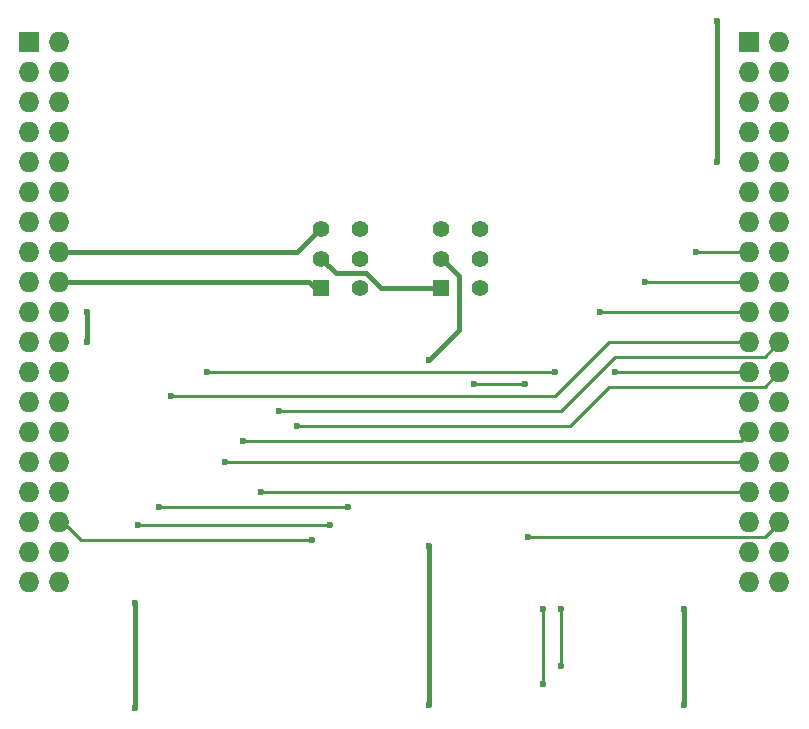
<source format=gbr>
G04 #@! TF.FileFunction,Copper,L2,Bot,Signal*
%FSLAX46Y46*%
G04 Gerber Fmt 4.6, Leading zero omitted, Abs format (unit mm)*
G04 Created by KiCad (PCBNEW 4.0.7) date Sat Mar 17 14:08:55 2018*
%MOMM*%
%LPD*%
G01*
G04 APERTURE LIST*
%ADD10C,0.100000*%
%ADD11R,1.727200X1.727200*%
%ADD12O,1.727200X1.727200*%
%ADD13R,1.400000X1.400000*%
%ADD14C,1.400000*%
%ADD15C,0.600000*%
%ADD16C,0.400000*%
%ADD17C,0.250000*%
G04 APERTURE END LIST*
D10*
D11*
X133250000Y-71240000D03*
D12*
X135790000Y-71240000D03*
X133250000Y-73780000D03*
X135790000Y-73780000D03*
X133250000Y-76320000D03*
X135790000Y-76320000D03*
X133250000Y-78860000D03*
X135790000Y-78860000D03*
X133250000Y-81400000D03*
X135790000Y-81400000D03*
X133250000Y-83940000D03*
X135790000Y-83940000D03*
X133250000Y-86480000D03*
X135790000Y-86480000D03*
X133250000Y-89020000D03*
X135790000Y-89020000D03*
X133250000Y-91560000D03*
X135790000Y-91560000D03*
X133250000Y-94100000D03*
X135790000Y-94100000D03*
X133250000Y-96640000D03*
X135790000Y-96640000D03*
X133250000Y-99180000D03*
X135790000Y-99180000D03*
X133250000Y-101720000D03*
X135790000Y-101720000D03*
X133250000Y-104260000D03*
X135790000Y-104260000D03*
X133250000Y-106800000D03*
X135790000Y-106800000D03*
X133250000Y-109340000D03*
X135790000Y-109340000D03*
X133250000Y-111880000D03*
X135790000Y-111880000D03*
X133250000Y-114420000D03*
X135790000Y-114420000D03*
X133250000Y-116960000D03*
X135790000Y-116960000D03*
D11*
X194210000Y-71240000D03*
D12*
X196750000Y-71240000D03*
X194210000Y-73780000D03*
X196750000Y-73780000D03*
X194210000Y-76320000D03*
X196750000Y-76320000D03*
X194210000Y-78860000D03*
X196750000Y-78860000D03*
X194210000Y-81400000D03*
X196750000Y-81400000D03*
X194210000Y-83940000D03*
X196750000Y-83940000D03*
X194210000Y-86480000D03*
X196750000Y-86480000D03*
X194210000Y-89020000D03*
X196750000Y-89020000D03*
X194210000Y-91560000D03*
X196750000Y-91560000D03*
X194210000Y-94100000D03*
X196750000Y-94100000D03*
X194210000Y-96640000D03*
X196750000Y-96640000D03*
X194210000Y-99180000D03*
X196750000Y-99180000D03*
X194210000Y-101720000D03*
X196750000Y-101720000D03*
X194210000Y-104260000D03*
X196750000Y-104260000D03*
X194210000Y-106800000D03*
X196750000Y-106800000D03*
X194210000Y-109340000D03*
X196750000Y-109340000D03*
X194210000Y-111880000D03*
X196750000Y-111880000D03*
X194210000Y-114420000D03*
X196750000Y-114420000D03*
X194210000Y-116960000D03*
X196750000Y-116960000D03*
D13*
X157940000Y-92060000D03*
D14*
X157940000Y-89560000D03*
X157940000Y-87060000D03*
X161240000Y-92060000D03*
X161240000Y-89560000D03*
X161240000Y-87060000D03*
D13*
X168100000Y-92060000D03*
D14*
X168100000Y-89560000D03*
X168100000Y-87060000D03*
X171400000Y-92060000D03*
X171400000Y-89560000D03*
X171400000Y-87060000D03*
D15*
X191468000Y-69454000D03*
X191468000Y-81392000D03*
X138128000Y-94092000D03*
X138128000Y-96632000D03*
X142192000Y-127620000D03*
X142192000Y-118730000D03*
X144224000Y-110602000D03*
X160226000Y-110602000D03*
X142446000Y-112126000D03*
X158702000Y-112126000D03*
X157178000Y-113396000D03*
X178260000Y-124064000D03*
X178260000Y-119238000D03*
X176736000Y-125588000D03*
X176736000Y-119238000D03*
X189690000Y-89012000D03*
X185372000Y-91552000D03*
X177752000Y-99172000D03*
X148288000Y-99172000D03*
X181562000Y-94092000D03*
X175212000Y-100188000D03*
X170894000Y-100188000D03*
X145240000Y-101204000D03*
X154384000Y-102474000D03*
X182832000Y-99172000D03*
X155908000Y-103744000D03*
X151336000Y-105014000D03*
X149812000Y-106792000D03*
X152860000Y-109332000D03*
X175466000Y-113142000D03*
X167084000Y-127366000D03*
X188674000Y-119238000D03*
X167084000Y-113904000D03*
X167084000Y-98156000D03*
X188674000Y-127366000D03*
D16*
X191468000Y-81392000D02*
X191468000Y-69454000D01*
X138128000Y-96632000D02*
X138128000Y-94092000D01*
X142192000Y-118730000D02*
X142192000Y-127620000D01*
X157940000Y-87060000D02*
X157860000Y-87060000D01*
X157860000Y-87060000D02*
X155900000Y-89020000D01*
X155900000Y-89020000D02*
X135790000Y-89020000D01*
X157940000Y-92060000D02*
X157432000Y-92060000D01*
X157432000Y-92060000D02*
X156932000Y-91560000D01*
X156932000Y-91560000D02*
X135790000Y-91560000D01*
D17*
X160226000Y-110602000D02*
X144224000Y-110602000D01*
X158702000Y-112126000D02*
X142446000Y-112126000D01*
X137620000Y-113396000D02*
X136104000Y-111880000D01*
X157178000Y-113396000D02*
X137620000Y-113396000D01*
X136104000Y-111880000D02*
X135790000Y-111880000D01*
X178260000Y-119238000D02*
X178260000Y-124064000D01*
X176736000Y-119238000D02*
X176736000Y-125588000D01*
X176736000Y-119238000D02*
X176736000Y-119238000D01*
X189698000Y-89020000D02*
X194210000Y-89020000D01*
X189690000Y-89012000D02*
X189698000Y-89020000D01*
X185380000Y-91560000D02*
X194210000Y-91560000D01*
X185372000Y-91552000D02*
X185380000Y-91560000D01*
X148288000Y-99172000D02*
X177752000Y-99172000D01*
X181570000Y-94100000D02*
X194210000Y-94100000D01*
X181562000Y-94092000D02*
X181570000Y-94100000D01*
X171148000Y-100188000D02*
X175212000Y-100188000D01*
X170894000Y-100188000D02*
X171148000Y-100188000D01*
X182324000Y-96632000D02*
X194202000Y-96632000D01*
X177752000Y-101204000D02*
X182324000Y-96632000D01*
X177244000Y-101204000D02*
X177752000Y-101204000D01*
X176736000Y-101204000D02*
X177244000Y-101204000D01*
X145240000Y-101204000D02*
X176736000Y-101204000D01*
X194202000Y-96632000D02*
X194210000Y-96640000D01*
X195488000Y-97902000D02*
X196750000Y-96640000D01*
X182832000Y-97902000D02*
X195488000Y-97902000D01*
X178260000Y-102474000D02*
X182832000Y-97902000D01*
X154384000Y-102474000D02*
X178260000Y-102474000D01*
X196750000Y-96938000D02*
X196750000Y-96640000D01*
X182840000Y-99180000D02*
X194210000Y-99180000D01*
X182832000Y-99172000D02*
X182840000Y-99180000D01*
X195488000Y-100442000D02*
X196750000Y-99180000D01*
X182324000Y-100442000D02*
X195488000Y-100442000D01*
X179022000Y-103744000D02*
X182324000Y-100442000D01*
X155908000Y-103744000D02*
X179022000Y-103744000D01*
X194262000Y-104252000D02*
X194202000Y-104252000D01*
X193500000Y-105014000D02*
X194262000Y-104252000D01*
X151336000Y-105014000D02*
X193500000Y-105014000D01*
X194202000Y-104252000D02*
X194210000Y-104260000D01*
X149820000Y-106800000D02*
X194210000Y-106800000D01*
X149812000Y-106792000D02*
X149820000Y-106800000D01*
X152868000Y-109340000D02*
X194210000Y-109340000D01*
X152860000Y-109332000D02*
X152868000Y-109340000D01*
X195532000Y-113142000D02*
X196750000Y-111924000D01*
X175466000Y-113142000D02*
X195532000Y-113142000D01*
X196750000Y-111924000D02*
X196750000Y-111880000D01*
D16*
X188674000Y-127366000D02*
X188674000Y-119238000D01*
X167084000Y-113904000D02*
X167084000Y-127366000D01*
X169624000Y-95616000D02*
X167084000Y-98156000D01*
X169624000Y-91044000D02*
X169624000Y-95616000D01*
X169624000Y-91044000D02*
X168140000Y-89560000D01*
X168100000Y-89560000D02*
X168140000Y-89560000D01*
X168100000Y-89560000D02*
X168100000Y-90028000D01*
X168100000Y-92060000D02*
X163020000Y-92060000D01*
X163020000Y-92060000D02*
X161750000Y-90790000D01*
X161750000Y-90790000D02*
X159170000Y-90790000D01*
X159170000Y-90790000D02*
X157940000Y-89560000D01*
M02*

</source>
